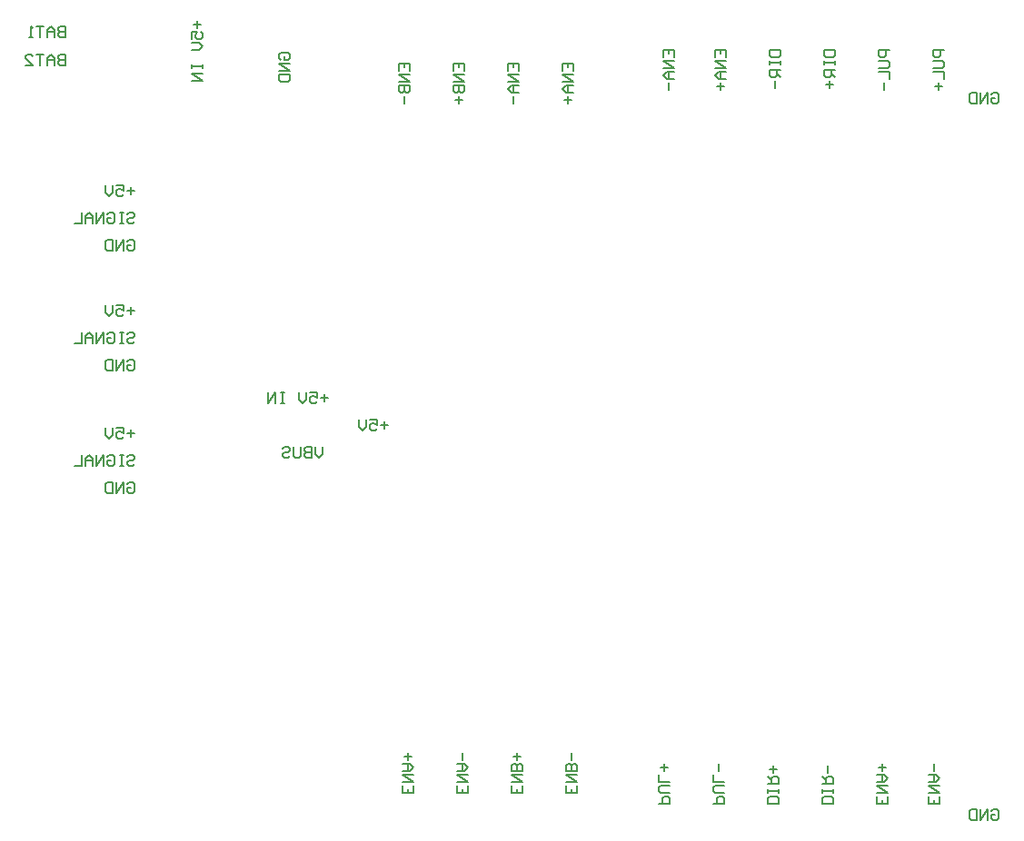
<source format=gbo>
G04*
G04 #@! TF.GenerationSoftware,Altium Limited,Altium Designer,25.6.2 (33)*
G04*
G04 Layer_Color=32896*
%FSLAX25Y25*%
%MOIN*%
G70*
G04*
G04 #@! TF.SameCoordinates,CE49FCD3-F284-452D-968F-53FA369C6713*
G04*
G04*
G04 #@! TF.FilePolarity,Positive*
G04*
G01*
G75*
%ADD16C,0.00600*%
D16*
X358734Y278932D02*
X359401Y279599D01*
X360734D01*
X361400Y278932D01*
Y276266D01*
X360734Y275600D01*
X359401D01*
X358734Y276266D01*
Y277599D01*
X360067D01*
X357401Y275600D02*
Y279599D01*
X354735Y275600D01*
Y279599D01*
X353403D02*
Y275600D01*
X351403D01*
X350737Y276266D01*
Y278932D01*
X351403Y279599D01*
X353403D01*
X358734Y15932D02*
X359401Y16599D01*
X360734D01*
X361400Y15932D01*
Y13266D01*
X360734Y12600D01*
X359401D01*
X358734Y13266D01*
Y14599D01*
X360067D01*
X357401Y12600D02*
Y16599D01*
X354735Y12600D01*
Y16599D01*
X353403D02*
Y12600D01*
X351403D01*
X350737Y13266D01*
Y15932D01*
X351403Y16599D01*
X353403D01*
X137400Y157599D02*
X134734D01*
X136067Y158932D02*
Y156266D01*
X130736Y159599D02*
X133401D01*
Y157599D01*
X132068Y158266D01*
X131402D01*
X130736Y157599D01*
Y156266D01*
X131402Y155600D01*
X132735D01*
X133401Y156266D01*
X129403Y159599D02*
Y156933D01*
X128070Y155600D01*
X126737Y156933D01*
Y159599D01*
X115400Y167599D02*
X112734D01*
X114067Y168932D02*
Y166267D01*
X108736Y169599D02*
X111401D01*
Y167599D01*
X110068Y168266D01*
X109402D01*
X108736Y167599D01*
Y166267D01*
X109402Y165600D01*
X110735D01*
X111401Y166267D01*
X107403Y169599D02*
Y166933D01*
X106070Y165600D01*
X104737Y166933D01*
Y169599D01*
X99405D02*
X98072D01*
X98739D01*
Y165600D01*
X99405D01*
X98072D01*
X96073D02*
Y169599D01*
X93407Y165600D01*
Y169599D01*
X113400Y149599D02*
Y146933D01*
X112067Y145600D01*
X110734Y146933D01*
Y149599D01*
X109401D02*
Y145600D01*
X107402D01*
X106736Y146266D01*
Y146933D01*
X107402Y147599D01*
X109401D01*
X107402D01*
X106736Y148266D01*
Y148932D01*
X107402Y149599D01*
X109401D01*
X105403D02*
Y146266D01*
X104736Y145600D01*
X103403D01*
X102737Y146266D01*
Y149599D01*
X98738Y148932D02*
X99405Y149599D01*
X100737D01*
X101404Y148932D01*
Y148266D01*
X100737Y147599D01*
X99405D01*
X98738Y146933D01*
Y146266D01*
X99405Y145600D01*
X100737D01*
X101404Y146266D01*
X18900Y293599D02*
Y289600D01*
X16901D01*
X16234Y290266D01*
Y290933D01*
X16901Y291599D01*
X18900D01*
X16901D01*
X16234Y292266D01*
Y292932D01*
X16901Y293599D01*
X18900D01*
X14901Y289600D02*
Y292266D01*
X13568Y293599D01*
X12235Y292266D01*
Y289600D01*
Y291599D01*
X14901D01*
X10903Y293599D02*
X8237D01*
X9570D01*
Y289600D01*
X4238D02*
X6904D01*
X4238Y292266D01*
Y292932D01*
X4905Y293599D01*
X6237D01*
X6904Y292932D01*
X18900Y304099D02*
Y300100D01*
X16901D01*
X16234Y300766D01*
Y301433D01*
X16901Y302099D01*
X18900D01*
X16901D01*
X16234Y302766D01*
Y303432D01*
X16901Y304099D01*
X18900D01*
X14901Y300100D02*
Y302766D01*
X13568Y304099D01*
X12235Y302766D01*
Y300100D01*
Y302099D01*
X14901D01*
X10903Y304099D02*
X8237D01*
X9570D01*
Y300100D01*
X6904D02*
X5571D01*
X6237D01*
Y304099D01*
X6904Y303432D01*
X320599Y21317D02*
Y18651D01*
X316600D01*
Y21317D01*
X318599Y18651D02*
Y19984D01*
X316600Y22650D02*
X320599D01*
X316600Y25316D01*
X320599D01*
X316600Y26649D02*
X319266D01*
X320599Y27981D01*
X319266Y29314D01*
X316600D01*
X318599D01*
Y26649D01*
Y30647D02*
Y33313D01*
X319932Y31980D02*
X317266D01*
X236600Y18651D02*
X240599D01*
Y20651D01*
X239932Y21317D01*
X238599D01*
X237933Y20651D01*
Y18651D01*
X240599Y22650D02*
X237266D01*
X236600Y23316D01*
Y24649D01*
X237266Y25316D01*
X240599D01*
Y26649D02*
X236600D01*
Y29314D01*
X238599Y30647D02*
Y33313D01*
X239932Y31980D02*
X237266D01*
X256600Y18651D02*
X260599D01*
Y20651D01*
X259932Y21317D01*
X258599D01*
X257933Y20651D01*
Y18651D01*
X260599Y22650D02*
X257266D01*
X256600Y23316D01*
Y24649D01*
X257266Y25316D01*
X260599D01*
Y26649D02*
X256600D01*
Y29314D01*
X258599Y30647D02*
Y33313D01*
X280599Y18651D02*
X276600D01*
Y20651D01*
X277266Y21317D01*
X279932D01*
X280599Y20651D01*
Y18651D01*
Y22650D02*
Y23983D01*
Y23316D01*
X276600D01*
Y22650D01*
Y23983D01*
Y25982D02*
X280599D01*
Y27981D01*
X279932Y28648D01*
X278599D01*
X277933Y27981D01*
Y25982D01*
Y27315D02*
X276600Y28648D01*
X278599Y29981D02*
Y32647D01*
X279932Y31314D02*
X277266D01*
X300599Y18651D02*
X296600D01*
Y20651D01*
X297266Y21317D01*
X299932D01*
X300599Y20651D01*
Y18651D01*
Y22650D02*
Y23983D01*
Y23316D01*
X296600D01*
Y22650D01*
Y23983D01*
Y25982D02*
X300599D01*
Y27981D01*
X299932Y28648D01*
X298599D01*
X297933Y27981D01*
Y25982D01*
Y27315D02*
X296600Y28648D01*
X298599Y29981D02*
Y32647D01*
X339599Y21317D02*
Y18651D01*
X335600D01*
Y21317D01*
X337599Y18651D02*
Y19984D01*
X335600Y22650D02*
X339599D01*
X335600Y25316D01*
X339599D01*
X335600Y26649D02*
X338266D01*
X339599Y27981D01*
X338266Y29314D01*
X335600D01*
X337599D01*
Y26649D01*
Y30647D02*
Y33313D01*
X238401Y292734D02*
Y295400D01*
X242400D01*
Y292734D01*
X240401Y295400D02*
Y294067D01*
X242400Y291401D02*
X238401D01*
X242400Y288736D01*
X238401D01*
X242400Y287403D02*
X239734D01*
X238401Y286070D01*
X239734Y284737D01*
X242400D01*
X240401D01*
Y287403D01*
Y283404D02*
Y280738D01*
X277401Y295400D02*
X281400D01*
Y293401D01*
X280734Y292734D01*
X278068D01*
X277401Y293401D01*
Y295400D01*
Y291401D02*
Y290068D01*
Y290735D01*
X281400D01*
Y291401D01*
Y290068D01*
Y288069D02*
X277401D01*
Y286070D01*
X278068Y285403D01*
X279401D01*
X280067Y286070D01*
Y288069D01*
Y286736D02*
X281400Y285403D01*
X279401Y284070D02*
Y281404D01*
X297401Y295400D02*
X301400D01*
Y293401D01*
X300734Y292734D01*
X298068D01*
X297401Y293401D01*
Y295400D01*
Y291401D02*
Y290068D01*
Y290735D01*
X301400D01*
Y291401D01*
Y290068D01*
Y288069D02*
X297401D01*
Y286070D01*
X298068Y285403D01*
X299401D01*
X300067Y286070D01*
Y288069D01*
Y286736D02*
X301400Y285403D01*
X299401Y284070D02*
Y281404D01*
X298068Y282737D02*
X300734D01*
X321400Y295400D02*
X317401D01*
Y293401D01*
X318068Y292734D01*
X319401D01*
X320067Y293401D01*
Y295400D01*
X317401Y291401D02*
X320734D01*
X321400Y290735D01*
Y289402D01*
X320734Y288736D01*
X317401D01*
Y287403D02*
X321400D01*
Y284737D01*
X319401Y283404D02*
Y280738D01*
X341400Y295400D02*
X337401D01*
Y293401D01*
X338068Y292734D01*
X339401D01*
X340067Y293401D01*
Y295400D01*
X337401Y291401D02*
X340734D01*
X341400Y290735D01*
Y289402D01*
X340734Y288736D01*
X337401D01*
Y287403D02*
X341400D01*
Y284737D01*
X339401Y283404D02*
Y280738D01*
X338068Y282071D02*
X340734D01*
X257401Y292734D02*
Y295400D01*
X261400D01*
Y292734D01*
X259401Y295400D02*
Y294067D01*
X261400Y291401D02*
X257401D01*
X261400Y288736D01*
X257401D01*
X261400Y287403D02*
X258734D01*
X257401Y286070D01*
X258734Y284737D01*
X261400D01*
X259401D01*
Y287403D01*
Y283404D02*
Y280738D01*
X258068Y282071D02*
X260734D01*
X41734Y145932D02*
X42401Y146599D01*
X43734D01*
X44400Y145932D01*
Y145266D01*
X43734Y144599D01*
X42401D01*
X41734Y143933D01*
Y143266D01*
X42401Y142600D01*
X43734D01*
X44400Y143266D01*
X40401Y146599D02*
X39068D01*
X39735D01*
Y142600D01*
X40401D01*
X39068D01*
X34403Y145932D02*
X35070Y146599D01*
X36403D01*
X37069Y145932D01*
Y143266D01*
X36403Y142600D01*
X35070D01*
X34403Y143266D01*
Y144599D01*
X35736D01*
X33070Y142600D02*
Y146599D01*
X30404Y142600D01*
Y146599D01*
X29072Y142600D02*
Y145266D01*
X27739Y146599D01*
X26406Y145266D01*
Y142600D01*
Y144599D01*
X29072D01*
X25073Y146599D02*
Y142600D01*
X22407D01*
X41734Y190932D02*
X42401Y191599D01*
X43734D01*
X44400Y190932D01*
Y190266D01*
X43734Y189599D01*
X42401D01*
X41734Y188933D01*
Y188267D01*
X42401Y187600D01*
X43734D01*
X44400Y188267D01*
X40401Y191599D02*
X39068D01*
X39735D01*
Y187600D01*
X40401D01*
X39068D01*
X34403Y190932D02*
X35070Y191599D01*
X36403D01*
X37069Y190932D01*
Y188267D01*
X36403Y187600D01*
X35070D01*
X34403Y188267D01*
Y189599D01*
X35736D01*
X33070Y187600D02*
Y191599D01*
X30404Y187600D01*
Y191599D01*
X29072Y187600D02*
Y190266D01*
X27739Y191599D01*
X26406Y190266D01*
Y187600D01*
Y189599D01*
X29072D01*
X25073Y191599D02*
Y187600D01*
X22407D01*
X41734Y234932D02*
X42401Y235599D01*
X43734D01*
X44400Y234932D01*
Y234266D01*
X43734Y233599D01*
X42401D01*
X41734Y232933D01*
Y232266D01*
X42401Y231600D01*
X43734D01*
X44400Y232266D01*
X40401Y235599D02*
X39068D01*
X39735D01*
Y231600D01*
X40401D01*
X39068D01*
X34403Y234932D02*
X35070Y235599D01*
X36403D01*
X37069Y234932D01*
Y232266D01*
X36403Y231600D01*
X35070D01*
X34403Y232266D01*
Y233599D01*
X35736D01*
X33070Y231600D02*
Y235599D01*
X30404Y231600D01*
Y235599D01*
X29072Y231600D02*
Y234266D01*
X27739Y235599D01*
X26406Y234266D01*
Y231600D01*
Y233599D01*
X29072D01*
X25073Y235599D02*
Y231600D01*
X22407D01*
X41734Y224932D02*
X42401Y225599D01*
X43734D01*
X44400Y224932D01*
Y222266D01*
X43734Y221600D01*
X42401D01*
X41734Y222266D01*
Y223599D01*
X43067D01*
X40401Y221600D02*
Y225599D01*
X37736Y221600D01*
Y225599D01*
X36403D02*
Y221600D01*
X34403D01*
X33737Y222266D01*
Y224932D01*
X34403Y225599D01*
X36403D01*
X41734Y180932D02*
X42401Y181599D01*
X43734D01*
X44400Y180932D01*
Y178267D01*
X43734Y177600D01*
X42401D01*
X41734Y178267D01*
Y179599D01*
X43067D01*
X40401Y177600D02*
Y181599D01*
X37736Y177600D01*
Y181599D01*
X36403D02*
Y177600D01*
X34403D01*
X33737Y178267D01*
Y180932D01*
X34403Y181599D01*
X36403D01*
X41734Y135932D02*
X42401Y136599D01*
X43734D01*
X44400Y135932D01*
Y133266D01*
X43734Y132600D01*
X42401D01*
X41734Y133266D01*
Y134599D01*
X43067D01*
X40401Y132600D02*
Y136599D01*
X37736Y132600D01*
Y136599D01*
X36403D02*
Y132600D01*
X34403D01*
X33737Y133266D01*
Y135932D01*
X34403Y136599D01*
X36403D01*
X44400Y154599D02*
X41734D01*
X43067Y155932D02*
Y153267D01*
X37736Y156599D02*
X40401D01*
Y154599D01*
X39068Y155266D01*
X38402D01*
X37736Y154599D01*
Y153267D01*
X38402Y152600D01*
X39735D01*
X40401Y153267D01*
X36403Y156599D02*
Y153933D01*
X35070Y152600D01*
X33737Y153933D01*
Y156599D01*
X44400Y199599D02*
X41734D01*
X43067Y200932D02*
Y198266D01*
X37736Y201599D02*
X40401D01*
Y199599D01*
X39068Y200266D01*
X38402D01*
X37736Y199599D01*
Y198266D01*
X38402Y197600D01*
X39735D01*
X40401Y198266D01*
X36403Y201599D02*
Y198933D01*
X35070Y197600D01*
X33737Y198933D01*
Y201599D01*
X44400Y243599D02*
X41734D01*
X43067Y244932D02*
Y242266D01*
X37736Y245599D02*
X40401D01*
Y243599D01*
X39068Y244266D01*
X38402D01*
X37736Y243599D01*
Y242266D01*
X38402Y241600D01*
X39735D01*
X40401Y242266D01*
X36403Y245599D02*
Y242933D01*
X35070Y241600D01*
X33737Y242933D01*
Y245599D01*
X161401Y287734D02*
Y290400D01*
X165400D01*
Y287734D01*
X163401Y290400D02*
Y289067D01*
X165400Y286401D02*
X161401D01*
X165400Y283735D01*
X161401D01*
Y282403D02*
X165400D01*
Y280403D01*
X164734Y279737D01*
X164067D01*
X163401Y280403D01*
Y282403D01*
Y280403D01*
X162734Y279737D01*
X162068D01*
X161401Y280403D01*
Y282403D01*
X163401Y278404D02*
Y275738D01*
X162068Y277071D02*
X164734D01*
X186599Y25266D02*
Y22600D01*
X182600D01*
Y25266D01*
X184599Y22600D02*
Y23933D01*
X182600Y26599D02*
X186599D01*
X182600Y29265D01*
X186599D01*
Y30597D02*
X182600D01*
Y32597D01*
X183266Y33263D01*
X183933D01*
X184599Y32597D01*
Y30597D01*
Y32597D01*
X185266Y33263D01*
X185932D01*
X186599Y32597D01*
Y30597D01*
X184599Y34596D02*
Y37262D01*
X185932Y35929D02*
X183266D01*
X206599Y25266D02*
Y22600D01*
X202600D01*
Y25266D01*
X204599Y22600D02*
Y23933D01*
X202600Y26599D02*
X206599D01*
X202600Y29265D01*
X206599D01*
Y30597D02*
X202600D01*
Y32597D01*
X203267Y33263D01*
X203933D01*
X204599Y32597D01*
Y30597D01*
Y32597D01*
X205266Y33263D01*
X205932D01*
X206599Y32597D01*
Y30597D01*
X204599Y34596D02*
Y37262D01*
X141401Y287734D02*
Y290400D01*
X145400D01*
Y287734D01*
X143401Y290400D02*
Y289067D01*
X145400Y286401D02*
X141401D01*
X145400Y283735D01*
X141401D01*
Y282403D02*
X145400D01*
Y280403D01*
X144734Y279737D01*
X144067D01*
X143401Y280403D01*
Y282403D01*
Y280403D01*
X142734Y279737D01*
X142068D01*
X141401Y280403D01*
Y282403D01*
X143401Y278404D02*
Y275738D01*
X181401Y287734D02*
Y290400D01*
X185400D01*
Y287734D01*
X183401Y290400D02*
Y289067D01*
X185400Y286401D02*
X181401D01*
X185400Y283735D01*
X181401D01*
X185400Y282403D02*
X182734D01*
X181401Y281070D01*
X182734Y279737D01*
X185400D01*
X183401D01*
Y282403D01*
Y278404D02*
Y275738D01*
X166599Y25266D02*
Y22600D01*
X162600D01*
Y25266D01*
X164599Y22600D02*
Y23933D01*
X162600Y26599D02*
X166599D01*
X162600Y29265D01*
X166599D01*
X162600Y30597D02*
X165266D01*
X166599Y31930D01*
X165266Y33263D01*
X162600D01*
X164599D01*
Y30597D01*
Y34596D02*
Y37262D01*
X146599Y25266D02*
Y22600D01*
X142600D01*
Y25266D01*
X144599Y22600D02*
Y23933D01*
X142600Y26599D02*
X146599D01*
X142600Y29265D01*
X146599D01*
X142600Y30597D02*
X145266D01*
X146599Y31930D01*
X145266Y33263D01*
X142600D01*
X144599D01*
Y30597D01*
Y34596D02*
Y37262D01*
X145932Y35929D02*
X143266D01*
X201401Y287734D02*
Y290400D01*
X205400D01*
Y287734D01*
X203401Y290400D02*
Y289067D01*
X205400Y286401D02*
X201401D01*
X205400Y283735D01*
X201401D01*
X205400Y282403D02*
X202734D01*
X201401Y281070D01*
X202734Y279737D01*
X205400D01*
X203401D01*
Y282403D01*
Y278404D02*
Y275738D01*
X202068Y277071D02*
X204733D01*
X67401Y305996D02*
Y303331D01*
X66068Y304663D02*
X68734D01*
X65401Y299332D02*
Y301998D01*
X67401D01*
X66734Y300665D01*
Y299998D01*
X67401Y299332D01*
X68734D01*
X69400Y299998D01*
Y301331D01*
X68734Y301998D01*
X65401Y297999D02*
X68067D01*
X69400Y296666D01*
X68067Y295333D01*
X65401D01*
Y290002D02*
Y288669D01*
Y289335D01*
X69400D01*
Y290002D01*
Y288669D01*
Y286669D02*
X65401D01*
X69400Y284003D01*
X65401D01*
X98068Y291734D02*
X97401Y292401D01*
Y293734D01*
X98068Y294400D01*
X100734D01*
X101400Y293734D01*
Y292401D01*
X100734Y291734D01*
X99401D01*
Y293067D01*
X101400Y290401D02*
X97401D01*
X101400Y287736D01*
X97401D01*
Y286403D02*
X101400D01*
Y284403D01*
X100734Y283737D01*
X98068D01*
X97401Y284403D01*
Y286403D01*
M02*

</source>
